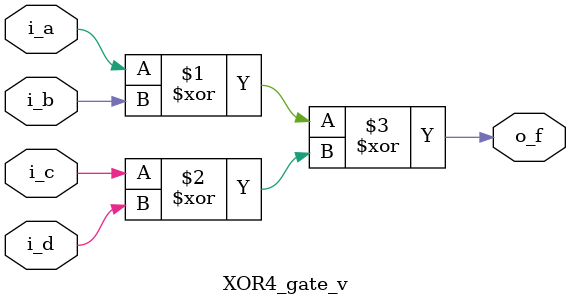
<source format=v>

module XOR4_gate_v
  (input i_a, i_b, i_c, i_d,
   output o_f);
   
  assign o_f = (i_a ^ i_b) ^ (i_c ^ i_d);
  
endmodule


// ////////////////////////////////
// // Behavior Model
// ////////////////////////////////
// module XOR4_gate_v__behavior
  // (input i_a, i_b, i_c, i_d,
   // output o_f);
   
  // assign o_f = (~ i_a & ~ i_b & ~ i_c &   i_d) | 
               // (~ i_a & ~ i_b &   i_c & ~ i_d) |
               // (~ i_a &   i_b & ~ i_c & ~ i_d) |
               // (  i_a & ~ i_b & ~ i_c & ~ i_d) |
               // (  i_a &   i_b &   i_c & ~ i_d) |
               // (  i_a &   i_b & ~ i_c &   i_d) |
               // (  i_a & ~ i_b &   i_c &   i_d) |
               // (~ i_a &   i_b &   i_c &   i_d) ? 1 : 0;
  
// endmodule



// ////////////////////////////////
// // Component Model - Self - made of primatives
// ////////////////////////////////
// module XOR4_gate_v__cmpnt_self
  // (input i_a, i_b, i_c, i_d,
  // output o_f);
   
  // wire fi1, fi2; // internal outputs
   
  // XOR2_gate_v xor1 (i_a, i_b, fi1);
  // XOR2_gate_v XOR2_gate (i_c, i_d, fi2);
  // XOR2_gate_v xor3 (fi1, fi2, o_f);

    
// endmodule








</source>
